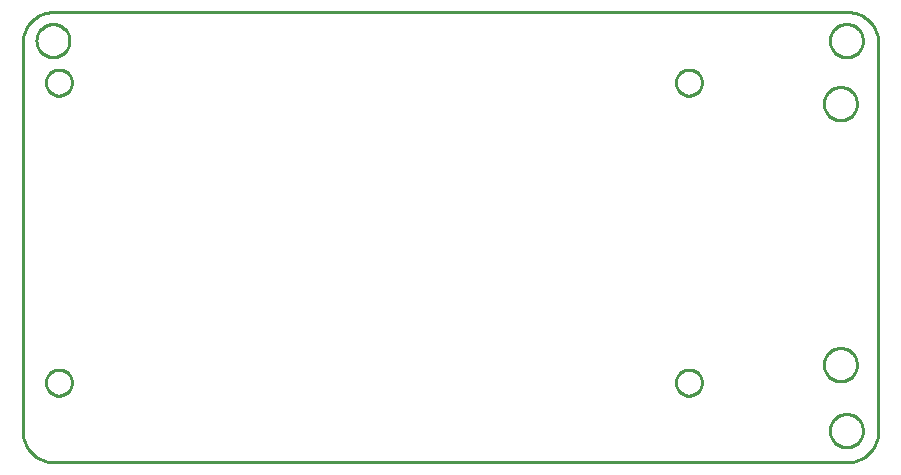
<source format=gbr>
G04 EAGLE Gerber RS-274X export*
G75*
%MOMM*%
%FSLAX34Y34*%
%LPD*%
%IN*%
%IPPOS*%
%AMOC8*
5,1,8,0,0,1.08239X$1,22.5*%
G01*
%ADD10C,0.254000*%


D10*
X3810Y25400D02*
X3907Y23186D01*
X4196Y20989D01*
X4675Y18826D01*
X5342Y16713D01*
X6190Y14666D01*
X7213Y12700D01*
X8404Y10831D01*
X9752Y9073D01*
X11250Y7440D01*
X12883Y5942D01*
X14641Y4594D01*
X16510Y3403D01*
X18476Y2380D01*
X20523Y1532D01*
X22636Y865D01*
X24799Y386D01*
X26996Y97D01*
X29210Y0D01*
X702310Y0D01*
X704524Y97D01*
X706721Y386D01*
X708884Y865D01*
X710997Y1532D01*
X713045Y2380D01*
X715010Y3403D01*
X716879Y4594D01*
X718637Y5942D01*
X720271Y7440D01*
X721768Y9073D01*
X723116Y10831D01*
X724307Y12700D01*
X725330Y14666D01*
X726178Y16713D01*
X726845Y18826D01*
X727324Y20989D01*
X727613Y23186D01*
X727710Y25400D01*
X727710Y355600D01*
X727613Y357814D01*
X727324Y360011D01*
X726845Y362174D01*
X726178Y364287D01*
X725330Y366335D01*
X724307Y368300D01*
X723116Y370169D01*
X721768Y371927D01*
X720271Y373561D01*
X718637Y375058D01*
X716879Y376406D01*
X715010Y377597D01*
X713045Y378620D01*
X710997Y379468D01*
X708884Y380135D01*
X706721Y380614D01*
X704524Y380903D01*
X702310Y381000D01*
X29210Y381000D01*
X26996Y380903D01*
X24799Y380614D01*
X22636Y380135D01*
X20523Y379468D01*
X18476Y378620D01*
X16510Y377597D01*
X14641Y376406D01*
X12883Y375058D01*
X11250Y373561D01*
X9752Y371927D01*
X8404Y370169D01*
X7213Y368300D01*
X6190Y366335D01*
X5342Y364287D01*
X4675Y362174D01*
X4196Y360011D01*
X3907Y357814D01*
X3810Y355600D01*
X3810Y25400D01*
X45290Y320878D02*
X45222Y320016D01*
X45087Y319162D01*
X44885Y318322D01*
X44618Y317500D01*
X44287Y316701D01*
X43895Y315931D01*
X43443Y315194D01*
X42935Y314495D01*
X42374Y313837D01*
X41763Y313226D01*
X41105Y312665D01*
X40406Y312157D01*
X39669Y311705D01*
X38899Y311313D01*
X38100Y310982D01*
X37278Y310715D01*
X36438Y310513D01*
X35584Y310378D01*
X34722Y310310D01*
X33858Y310310D01*
X32996Y310378D01*
X32142Y310513D01*
X31302Y310715D01*
X30480Y310982D01*
X29681Y311313D01*
X28911Y311705D01*
X28174Y312157D01*
X27475Y312665D01*
X26817Y313226D01*
X26206Y313837D01*
X25645Y314495D01*
X25137Y315194D01*
X24685Y315931D01*
X24293Y316701D01*
X23962Y317500D01*
X23695Y318322D01*
X23493Y319162D01*
X23358Y320016D01*
X23290Y320878D01*
X23290Y321742D01*
X23358Y322604D01*
X23493Y323458D01*
X23695Y324298D01*
X23962Y325120D01*
X24293Y325919D01*
X24685Y326689D01*
X25137Y327426D01*
X25645Y328125D01*
X26206Y328783D01*
X26817Y329394D01*
X27475Y329955D01*
X28174Y330463D01*
X28911Y330915D01*
X29681Y331307D01*
X30480Y331638D01*
X31302Y331905D01*
X32142Y332107D01*
X32996Y332242D01*
X33858Y332310D01*
X34722Y332310D01*
X35584Y332242D01*
X36438Y332107D01*
X37278Y331905D01*
X38100Y331638D01*
X38899Y331307D01*
X39669Y330915D01*
X40406Y330463D01*
X41105Y329955D01*
X41763Y329394D01*
X42374Y328783D01*
X42935Y328125D01*
X43443Y327426D01*
X43895Y326689D01*
X44287Y325919D01*
X44618Y325120D01*
X44885Y324298D01*
X45087Y323458D01*
X45222Y322604D01*
X45290Y321742D01*
X45290Y320878D01*
X45290Y66878D02*
X45222Y66016D01*
X45087Y65162D01*
X44885Y64322D01*
X44618Y63500D01*
X44287Y62701D01*
X43895Y61931D01*
X43443Y61194D01*
X42935Y60495D01*
X42374Y59837D01*
X41763Y59226D01*
X41105Y58665D01*
X40406Y58157D01*
X39669Y57705D01*
X38899Y57313D01*
X38100Y56982D01*
X37278Y56715D01*
X36438Y56513D01*
X35584Y56378D01*
X34722Y56310D01*
X33858Y56310D01*
X32996Y56378D01*
X32142Y56513D01*
X31302Y56715D01*
X30480Y56982D01*
X29681Y57313D01*
X28911Y57705D01*
X28174Y58157D01*
X27475Y58665D01*
X26817Y59226D01*
X26206Y59837D01*
X25645Y60495D01*
X25137Y61194D01*
X24685Y61931D01*
X24293Y62701D01*
X23962Y63500D01*
X23695Y64322D01*
X23493Y65162D01*
X23358Y66016D01*
X23290Y66878D01*
X23290Y67742D01*
X23358Y68604D01*
X23493Y69458D01*
X23695Y70298D01*
X23962Y71120D01*
X24293Y71919D01*
X24685Y72689D01*
X25137Y73426D01*
X25645Y74125D01*
X26206Y74783D01*
X26817Y75394D01*
X27475Y75955D01*
X28174Y76463D01*
X28911Y76915D01*
X29681Y77307D01*
X30480Y77638D01*
X31302Y77905D01*
X32142Y78107D01*
X32996Y78242D01*
X33858Y78310D01*
X34722Y78310D01*
X35584Y78242D01*
X36438Y78107D01*
X37278Y77905D01*
X38100Y77638D01*
X38899Y77307D01*
X39669Y76915D01*
X40406Y76463D01*
X41105Y75955D01*
X41763Y75394D01*
X42374Y74783D01*
X42935Y74125D01*
X43443Y73426D01*
X43895Y72689D01*
X44287Y71919D01*
X44618Y71120D01*
X44885Y70298D01*
X45087Y69458D01*
X45222Y68604D01*
X45290Y67742D01*
X45290Y66878D01*
X578690Y66878D02*
X578622Y66016D01*
X578487Y65162D01*
X578285Y64322D01*
X578018Y63500D01*
X577687Y62701D01*
X577295Y61931D01*
X576843Y61194D01*
X576335Y60495D01*
X575774Y59837D01*
X575163Y59226D01*
X574505Y58665D01*
X573806Y58157D01*
X573069Y57705D01*
X572299Y57313D01*
X571500Y56982D01*
X570678Y56715D01*
X569838Y56513D01*
X568984Y56378D01*
X568122Y56310D01*
X567258Y56310D01*
X566396Y56378D01*
X565542Y56513D01*
X564702Y56715D01*
X563880Y56982D01*
X563081Y57313D01*
X562311Y57705D01*
X561574Y58157D01*
X560875Y58665D01*
X560217Y59226D01*
X559606Y59837D01*
X559045Y60495D01*
X558537Y61194D01*
X558085Y61931D01*
X557693Y62701D01*
X557362Y63500D01*
X557095Y64322D01*
X556893Y65162D01*
X556758Y66016D01*
X556690Y66878D01*
X556690Y67742D01*
X556758Y68604D01*
X556893Y69458D01*
X557095Y70298D01*
X557362Y71120D01*
X557693Y71919D01*
X558085Y72689D01*
X558537Y73426D01*
X559045Y74125D01*
X559606Y74783D01*
X560217Y75394D01*
X560875Y75955D01*
X561574Y76463D01*
X562311Y76915D01*
X563081Y77307D01*
X563880Y77638D01*
X564702Y77905D01*
X565542Y78107D01*
X566396Y78242D01*
X567258Y78310D01*
X568122Y78310D01*
X568984Y78242D01*
X569838Y78107D01*
X570678Y77905D01*
X571500Y77638D01*
X572299Y77307D01*
X573069Y76915D01*
X573806Y76463D01*
X574505Y75955D01*
X575163Y75394D01*
X575774Y74783D01*
X576335Y74125D01*
X576843Y73426D01*
X577295Y72689D01*
X577687Y71919D01*
X578018Y71120D01*
X578285Y70298D01*
X578487Y69458D01*
X578622Y68604D01*
X578690Y67742D01*
X578690Y66878D01*
X578690Y320878D02*
X578622Y320016D01*
X578487Y319162D01*
X578285Y318322D01*
X578018Y317500D01*
X577687Y316701D01*
X577295Y315931D01*
X576843Y315194D01*
X576335Y314495D01*
X575774Y313837D01*
X575163Y313226D01*
X574505Y312665D01*
X573806Y312157D01*
X573069Y311705D01*
X572299Y311313D01*
X571500Y310982D01*
X570678Y310715D01*
X569838Y310513D01*
X568984Y310378D01*
X568122Y310310D01*
X567258Y310310D01*
X566396Y310378D01*
X565542Y310513D01*
X564702Y310715D01*
X563880Y310982D01*
X563081Y311313D01*
X562311Y311705D01*
X561574Y312157D01*
X560875Y312665D01*
X560217Y313226D01*
X559606Y313837D01*
X559045Y314495D01*
X558537Y315194D01*
X558085Y315931D01*
X557693Y316701D01*
X557362Y317500D01*
X557095Y318322D01*
X556893Y319162D01*
X556758Y320016D01*
X556690Y320878D01*
X556690Y321742D01*
X556758Y322604D01*
X556893Y323458D01*
X557095Y324298D01*
X557362Y325120D01*
X557693Y325919D01*
X558085Y326689D01*
X558537Y327426D01*
X559045Y328125D01*
X559606Y328783D01*
X560217Y329394D01*
X560875Y329955D01*
X561574Y330463D01*
X562311Y330915D01*
X563081Y331307D01*
X563880Y331638D01*
X564702Y331905D01*
X565542Y332107D01*
X566396Y332242D01*
X567258Y332310D01*
X568122Y332310D01*
X568984Y332242D01*
X569838Y332107D01*
X570678Y331905D01*
X571500Y331638D01*
X572299Y331307D01*
X573069Y330915D01*
X573806Y330463D01*
X574505Y329955D01*
X575163Y329394D01*
X575774Y328783D01*
X576335Y328125D01*
X576843Y327426D01*
X577295Y326689D01*
X577687Y325919D01*
X578018Y325120D01*
X578285Y324298D01*
X578487Y323458D01*
X578622Y322604D01*
X578690Y321742D01*
X578690Y320878D01*
X709960Y82050D02*
X709889Y81053D01*
X709746Y80063D01*
X709534Y79086D01*
X709252Y78126D01*
X708903Y77189D01*
X708487Y76279D01*
X708008Y75402D01*
X707467Y74560D01*
X706868Y73760D01*
X706213Y73004D01*
X705506Y72297D01*
X704750Y71642D01*
X703950Y71043D01*
X703108Y70502D01*
X702231Y70023D01*
X701321Y69607D01*
X700384Y69258D01*
X699425Y68976D01*
X698447Y68764D01*
X697458Y68621D01*
X696460Y68550D01*
X695460Y68550D01*
X694463Y68621D01*
X693473Y68764D01*
X692496Y68976D01*
X691536Y69258D01*
X690599Y69607D01*
X689689Y70023D01*
X688812Y70502D01*
X687970Y71043D01*
X687170Y71642D01*
X686414Y72297D01*
X685707Y73004D01*
X685052Y73760D01*
X684453Y74560D01*
X683912Y75402D01*
X683433Y76279D01*
X683017Y77189D01*
X682668Y78126D01*
X682386Y79086D01*
X682174Y80063D01*
X682031Y81053D01*
X681960Y82050D01*
X681960Y83050D01*
X682031Y84048D01*
X682174Y85037D01*
X682386Y86015D01*
X682668Y86974D01*
X683017Y87911D01*
X683433Y88821D01*
X683912Y89698D01*
X684453Y90540D01*
X685052Y91340D01*
X685707Y92096D01*
X686414Y92803D01*
X687170Y93458D01*
X687970Y94057D01*
X688812Y94598D01*
X689689Y95077D01*
X690599Y95493D01*
X691536Y95842D01*
X692496Y96124D01*
X693473Y96336D01*
X694463Y96479D01*
X695460Y96550D01*
X696460Y96550D01*
X697458Y96479D01*
X698447Y96336D01*
X699425Y96124D01*
X700384Y95842D01*
X701321Y95493D01*
X702231Y95077D01*
X703108Y94598D01*
X703950Y94057D01*
X704750Y93458D01*
X705506Y92803D01*
X706213Y92096D01*
X706868Y91340D01*
X707467Y90540D01*
X708008Y89698D01*
X708487Y88821D01*
X708903Y87911D01*
X709252Y86974D01*
X709534Y86015D01*
X709746Y85037D01*
X709889Y84048D01*
X709960Y83050D01*
X709960Y82050D01*
X709960Y303030D02*
X709889Y302033D01*
X709746Y301043D01*
X709534Y300066D01*
X709252Y299106D01*
X708903Y298169D01*
X708487Y297259D01*
X708008Y296382D01*
X707467Y295540D01*
X706868Y294740D01*
X706213Y293984D01*
X705506Y293277D01*
X704750Y292622D01*
X703950Y292023D01*
X703108Y291482D01*
X702231Y291003D01*
X701321Y290587D01*
X700384Y290238D01*
X699425Y289956D01*
X698447Y289744D01*
X697458Y289601D01*
X696460Y289530D01*
X695460Y289530D01*
X694463Y289601D01*
X693473Y289744D01*
X692496Y289956D01*
X691536Y290238D01*
X690599Y290587D01*
X689689Y291003D01*
X688812Y291482D01*
X687970Y292023D01*
X687170Y292622D01*
X686414Y293277D01*
X685707Y293984D01*
X685052Y294740D01*
X684453Y295540D01*
X683912Y296382D01*
X683433Y297259D01*
X683017Y298169D01*
X682668Y299106D01*
X682386Y300066D01*
X682174Y301043D01*
X682031Y302033D01*
X681960Y303030D01*
X681960Y304030D01*
X682031Y305028D01*
X682174Y306017D01*
X682386Y306995D01*
X682668Y307954D01*
X683017Y308891D01*
X683433Y309801D01*
X683912Y310678D01*
X684453Y311520D01*
X685052Y312320D01*
X685707Y313076D01*
X686414Y313783D01*
X687170Y314438D01*
X687970Y315037D01*
X688812Y315578D01*
X689689Y316057D01*
X690599Y316473D01*
X691536Y316822D01*
X692496Y317104D01*
X693473Y317316D01*
X694463Y317459D01*
X695460Y317530D01*
X696460Y317530D01*
X697458Y317459D01*
X698447Y317316D01*
X699425Y317104D01*
X700384Y316822D01*
X701321Y316473D01*
X702231Y316057D01*
X703108Y315578D01*
X703950Y315037D01*
X704750Y314438D01*
X705506Y313783D01*
X706213Y313076D01*
X706868Y312320D01*
X707467Y311520D01*
X708008Y310678D01*
X708487Y309801D01*
X708903Y308891D01*
X709252Y307954D01*
X709534Y306995D01*
X709746Y306017D01*
X709889Y305028D01*
X709960Y304030D01*
X709960Y303030D01*
X43210Y356370D02*
X43139Y355373D01*
X42996Y354383D01*
X42784Y353406D01*
X42502Y352446D01*
X42153Y351509D01*
X41737Y350599D01*
X41258Y349722D01*
X40717Y348880D01*
X40118Y348080D01*
X39463Y347324D01*
X38756Y346617D01*
X38000Y345962D01*
X37200Y345363D01*
X36358Y344822D01*
X35481Y344343D01*
X34571Y343927D01*
X33634Y343578D01*
X32675Y343296D01*
X31697Y343084D01*
X30708Y342941D01*
X29710Y342870D01*
X28710Y342870D01*
X27713Y342941D01*
X26723Y343084D01*
X25746Y343296D01*
X24786Y343578D01*
X23849Y343927D01*
X22939Y344343D01*
X22062Y344822D01*
X21220Y345363D01*
X20420Y345962D01*
X19664Y346617D01*
X18957Y347324D01*
X18302Y348080D01*
X17703Y348880D01*
X17162Y349722D01*
X16683Y350599D01*
X16267Y351509D01*
X15918Y352446D01*
X15636Y353406D01*
X15424Y354383D01*
X15281Y355373D01*
X15210Y356370D01*
X15210Y357370D01*
X15281Y358368D01*
X15424Y359357D01*
X15636Y360335D01*
X15918Y361294D01*
X16267Y362231D01*
X16683Y363141D01*
X17162Y364018D01*
X17703Y364860D01*
X18302Y365660D01*
X18957Y366416D01*
X19664Y367123D01*
X20420Y367778D01*
X21220Y368377D01*
X22062Y368918D01*
X22939Y369397D01*
X23849Y369813D01*
X24786Y370162D01*
X25746Y370444D01*
X26723Y370656D01*
X27713Y370799D01*
X28710Y370870D01*
X29710Y370870D01*
X30708Y370799D01*
X31697Y370656D01*
X32675Y370444D01*
X33634Y370162D01*
X34571Y369813D01*
X35481Y369397D01*
X36358Y368918D01*
X37200Y368377D01*
X38000Y367778D01*
X38756Y367123D01*
X39463Y366416D01*
X40118Y365660D01*
X40717Y364860D01*
X41258Y364018D01*
X41737Y363141D01*
X42153Y362231D01*
X42502Y361294D01*
X42784Y360335D01*
X42996Y359357D01*
X43139Y358368D01*
X43210Y357370D01*
X43210Y356370D01*
X715040Y356370D02*
X714969Y355373D01*
X714826Y354383D01*
X714614Y353406D01*
X714332Y352446D01*
X713983Y351509D01*
X713567Y350599D01*
X713088Y349722D01*
X712547Y348880D01*
X711948Y348080D01*
X711293Y347324D01*
X710586Y346617D01*
X709830Y345962D01*
X709030Y345363D01*
X708188Y344822D01*
X707311Y344343D01*
X706401Y343927D01*
X705464Y343578D01*
X704505Y343296D01*
X703527Y343084D01*
X702538Y342941D01*
X701540Y342870D01*
X700540Y342870D01*
X699543Y342941D01*
X698553Y343084D01*
X697576Y343296D01*
X696616Y343578D01*
X695679Y343927D01*
X694769Y344343D01*
X693892Y344822D01*
X693050Y345363D01*
X692250Y345962D01*
X691494Y346617D01*
X690787Y347324D01*
X690132Y348080D01*
X689533Y348880D01*
X688992Y349722D01*
X688513Y350599D01*
X688097Y351509D01*
X687748Y352446D01*
X687466Y353406D01*
X687254Y354383D01*
X687111Y355373D01*
X687040Y356370D01*
X687040Y357370D01*
X687111Y358368D01*
X687254Y359357D01*
X687466Y360335D01*
X687748Y361294D01*
X688097Y362231D01*
X688513Y363141D01*
X688992Y364018D01*
X689533Y364860D01*
X690132Y365660D01*
X690787Y366416D01*
X691494Y367123D01*
X692250Y367778D01*
X693050Y368377D01*
X693892Y368918D01*
X694769Y369397D01*
X695679Y369813D01*
X696616Y370162D01*
X697576Y370444D01*
X698553Y370656D01*
X699543Y370799D01*
X700540Y370870D01*
X701540Y370870D01*
X702538Y370799D01*
X703527Y370656D01*
X704505Y370444D01*
X705464Y370162D01*
X706401Y369813D01*
X707311Y369397D01*
X708188Y368918D01*
X709030Y368377D01*
X709830Y367778D01*
X710586Y367123D01*
X711293Y366416D01*
X711948Y365660D01*
X712547Y364860D01*
X713088Y364018D01*
X713567Y363141D01*
X713983Y362231D01*
X714332Y361294D01*
X714614Y360335D01*
X714826Y359357D01*
X714969Y358368D01*
X715040Y357370D01*
X715040Y356370D01*
X715040Y26170D02*
X714969Y25173D01*
X714826Y24183D01*
X714614Y23206D01*
X714332Y22246D01*
X713983Y21309D01*
X713567Y20399D01*
X713088Y19522D01*
X712547Y18680D01*
X711948Y17880D01*
X711293Y17124D01*
X710586Y16417D01*
X709830Y15762D01*
X709030Y15163D01*
X708188Y14622D01*
X707311Y14143D01*
X706401Y13727D01*
X705464Y13378D01*
X704505Y13096D01*
X703527Y12884D01*
X702538Y12741D01*
X701540Y12670D01*
X700540Y12670D01*
X699543Y12741D01*
X698553Y12884D01*
X697576Y13096D01*
X696616Y13378D01*
X695679Y13727D01*
X694769Y14143D01*
X693892Y14622D01*
X693050Y15163D01*
X692250Y15762D01*
X691494Y16417D01*
X690787Y17124D01*
X690132Y17880D01*
X689533Y18680D01*
X688992Y19522D01*
X688513Y20399D01*
X688097Y21309D01*
X687748Y22246D01*
X687466Y23206D01*
X687254Y24183D01*
X687111Y25173D01*
X687040Y26170D01*
X687040Y27170D01*
X687111Y28168D01*
X687254Y29157D01*
X687466Y30135D01*
X687748Y31094D01*
X688097Y32031D01*
X688513Y32941D01*
X688992Y33818D01*
X689533Y34660D01*
X690132Y35460D01*
X690787Y36216D01*
X691494Y36923D01*
X692250Y37578D01*
X693050Y38177D01*
X693892Y38718D01*
X694769Y39197D01*
X695679Y39613D01*
X696616Y39962D01*
X697576Y40244D01*
X698553Y40456D01*
X699543Y40599D01*
X700540Y40670D01*
X701540Y40670D01*
X702538Y40599D01*
X703527Y40456D01*
X704505Y40244D01*
X705464Y39962D01*
X706401Y39613D01*
X707311Y39197D01*
X708188Y38718D01*
X709030Y38177D01*
X709830Y37578D01*
X710586Y36923D01*
X711293Y36216D01*
X711948Y35460D01*
X712547Y34660D01*
X713088Y33818D01*
X713567Y32941D01*
X713983Y32031D01*
X714332Y31094D01*
X714614Y30135D01*
X714826Y29157D01*
X714969Y28168D01*
X715040Y27170D01*
X715040Y26170D01*
M02*

</source>
